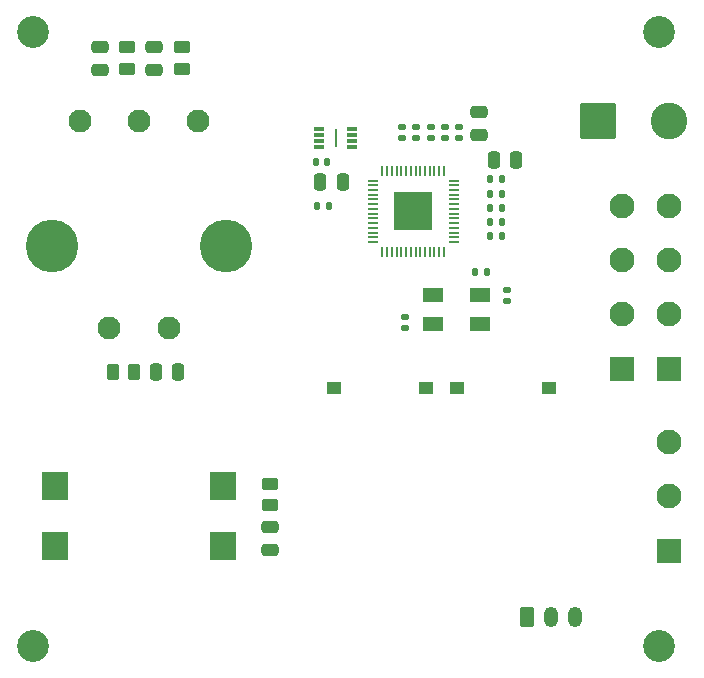
<source format=gts>
G04 #@! TF.GenerationSoftware,KiCad,Pcbnew,8.0.6*
G04 #@! TF.CreationDate,2025-04-03T21:30:13+02:00*
G04 #@! TF.ProjectId,UV-Controller,55562d43-6f6e-4747-926f-6c6c65722e6b,v2.0*
G04 #@! TF.SameCoordinates,Original*
G04 #@! TF.FileFunction,Soldermask,Top*
G04 #@! TF.FilePolarity,Negative*
%FSLAX46Y46*%
G04 Gerber Fmt 4.6, Leading zero omitted, Abs format (unit mm)*
G04 Created by KiCad (PCBNEW 8.0.6) date 2025-04-03 21:30:13*
%MOMM*%
%LPD*%
G01*
G04 APERTURE LIST*
G04 Aperture macros list*
%AMRoundRect*
0 Rectangle with rounded corners*
0 $1 Rounding radius*
0 $2 $3 $4 $5 $6 $7 $8 $9 X,Y pos of 4 corners*
0 Add a 4 corners polygon primitive as box body*
4,1,4,$2,$3,$4,$5,$6,$7,$8,$9,$2,$3,0*
0 Add four circle primitives for the rounded corners*
1,1,$1+$1,$2,$3*
1,1,$1+$1,$4,$5*
1,1,$1+$1,$6,$7*
1,1,$1+$1,$8,$9*
0 Add four rect primitives between the rounded corners*
20,1,$1+$1,$2,$3,$4,$5,0*
20,1,$1+$1,$4,$5,$6,$7,0*
20,1,$1+$1,$6,$7,$8,$9,0*
20,1,$1+$1,$8,$9,$2,$3,0*%
G04 Aperture macros list end*
%ADD10RoundRect,0.250000X-0.250000X-0.475000X0.250000X-0.475000X0.250000X0.475000X-0.250000X0.475000X0*%
%ADD11R,1.800000X1.200000*%
%ADD12R,0.900000X0.300000*%
%ADD13R,0.250000X1.650000*%
%ADD14RoundRect,0.249999X-1.300001X-1.300001X1.300001X-1.300001X1.300001X1.300001X-1.300001X1.300001X0*%
%ADD15C,3.100000*%
%ADD16C,2.700000*%
%ADD17RoundRect,0.250001X0.799999X-0.799999X0.799999X0.799999X-0.799999X0.799999X-0.799999X-0.799999X0*%
%ADD18C,2.100000*%
%ADD19C,1.950000*%
%ADD20C,4.460000*%
%ADD21RoundRect,0.250000X-0.350000X-0.625000X0.350000X-0.625000X0.350000X0.625000X-0.350000X0.625000X0*%
%ADD22O,1.200000X1.750000*%
%ADD23RoundRect,0.250000X-0.450000X0.262500X-0.450000X-0.262500X0.450000X-0.262500X0.450000X0.262500X0*%
%ADD24RoundRect,0.135000X-0.135000X-0.185000X0.135000X-0.185000X0.135000X0.185000X-0.135000X0.185000X0*%
%ADD25RoundRect,0.250000X-0.262500X-0.450000X0.262500X-0.450000X0.262500X0.450000X-0.262500X0.450000X0*%
%ADD26RoundRect,0.140000X-0.140000X-0.170000X0.140000X-0.170000X0.140000X0.170000X-0.140000X0.170000X0*%
%ADD27RoundRect,0.250000X-0.475000X0.250000X-0.475000X-0.250000X0.475000X-0.250000X0.475000X0.250000X0*%
%ADD28RoundRect,0.140000X-0.170000X0.140000X-0.170000X-0.140000X0.170000X-0.140000X0.170000X0.140000X0*%
%ADD29RoundRect,0.250000X0.475000X-0.250000X0.475000X0.250000X-0.475000X0.250000X-0.475000X-0.250000X0*%
%ADD30R,2.300000X2.400000*%
%ADD31RoundRect,0.050000X-0.387500X-0.050000X0.387500X-0.050000X0.387500X0.050000X-0.387500X0.050000X0*%
%ADD32RoundRect,0.050000X-0.050000X-0.387500X0.050000X-0.387500X0.050000X0.387500X-0.050000X0.387500X0*%
%ADD33R,3.200000X3.200000*%
%ADD34RoundRect,0.140000X0.170000X-0.140000X0.170000X0.140000X-0.170000X0.140000X-0.170000X-0.140000X0*%
%ADD35RoundRect,0.135000X0.135000X0.185000X-0.135000X0.185000X-0.135000X-0.185000X0.135000X-0.185000X0*%
%ADD36R,1.250000X1.000000*%
G04 APERTURE END LIST*
D10*
X160162500Y-84375000D03*
X162062500Y-84375000D03*
D11*
X155000000Y-98200000D03*
X159000000Y-98200000D03*
X159000000Y-95800000D03*
X155000000Y-95800000D03*
D12*
X148162500Y-83225000D03*
X148162500Y-82725000D03*
X148162500Y-82225000D03*
X148162500Y-81725000D03*
X145362500Y-81725000D03*
X145362500Y-82225000D03*
X145362500Y-82725000D03*
X145362500Y-83225000D03*
D13*
X146762500Y-82475000D03*
D14*
X169000000Y-81000000D03*
D15*
X175000000Y-81000000D03*
D16*
X174112500Y-125475000D03*
D17*
X175000000Y-117400000D03*
D18*
X175000000Y-112800000D03*
X175000000Y-108200000D03*
D19*
X135112500Y-81075000D03*
X130112500Y-81075000D03*
X125112500Y-81075000D03*
X132612500Y-98575000D03*
X127612500Y-98575000D03*
D20*
X137512500Y-91575000D03*
X122712500Y-91575000D03*
D17*
X171000000Y-102000000D03*
D18*
X171000000Y-97400000D03*
X171000000Y-92800000D03*
X171000000Y-88200000D03*
D16*
X121112500Y-125475000D03*
D21*
X163000000Y-123000000D03*
D22*
X165000000Y-123000000D03*
X167000000Y-123000000D03*
D17*
X175000000Y-102000000D03*
D18*
X175000000Y-97400000D03*
X175000000Y-92800000D03*
X175000000Y-88200000D03*
D23*
X129112500Y-74775000D03*
X129112500Y-76600000D03*
D24*
X158580000Y-93800000D03*
X159600000Y-93800000D03*
D25*
X127887500Y-102275000D03*
X129712500Y-102275000D03*
D10*
X145462500Y-86175000D03*
X147362500Y-86175000D03*
D26*
X159862500Y-89575000D03*
X160822500Y-89575000D03*
D27*
X141212500Y-115425000D03*
X141212500Y-117325000D03*
D28*
X152600000Y-97640000D03*
X152600000Y-98600000D03*
D26*
X145102500Y-84475000D03*
X146062500Y-84475000D03*
D16*
X121112500Y-73475000D03*
D29*
X126812500Y-76675000D03*
X126812500Y-74775000D03*
D26*
X159862500Y-85975000D03*
X160822500Y-85975000D03*
X159862500Y-90775000D03*
X160822500Y-90775000D03*
D30*
X137262500Y-116975000D03*
X122962500Y-116975000D03*
X137262500Y-111975000D03*
X122962500Y-111975000D03*
D16*
X174112500Y-73475000D03*
D31*
X149887500Y-86075000D03*
X149887500Y-86475000D03*
X149887500Y-86875000D03*
X149887500Y-87275000D03*
X149887500Y-87675000D03*
X149887500Y-88075000D03*
X149887500Y-88475000D03*
X149887500Y-88875000D03*
X149887500Y-89275000D03*
X149887500Y-89675000D03*
X149887500Y-90075000D03*
X149887500Y-90475000D03*
X149887500Y-90875000D03*
X149887500Y-91275000D03*
D32*
X150725000Y-92112500D03*
X151125000Y-92112500D03*
X151525000Y-92112500D03*
X151925000Y-92112500D03*
X152325000Y-92112500D03*
X152725000Y-92112500D03*
X153125000Y-92112500D03*
X153525000Y-92112500D03*
X153925000Y-92112500D03*
X154325000Y-92112500D03*
X154725000Y-92112500D03*
X155125000Y-92112500D03*
X155525000Y-92112500D03*
X155925000Y-92112500D03*
D31*
X156762500Y-91275000D03*
X156762500Y-90875000D03*
X156762500Y-90475000D03*
X156762500Y-90075000D03*
X156762500Y-89675000D03*
X156762500Y-89275000D03*
X156762500Y-88875000D03*
X156762500Y-88475000D03*
X156762500Y-88075000D03*
X156762500Y-87675000D03*
X156762500Y-87275000D03*
X156762500Y-86875000D03*
X156762500Y-86475000D03*
X156762500Y-86075000D03*
D32*
X155925000Y-85237500D03*
X155525000Y-85237500D03*
X155125000Y-85237500D03*
X154725000Y-85237500D03*
X154325000Y-85237500D03*
X153925000Y-85237500D03*
X153525000Y-85237500D03*
X153125000Y-85237500D03*
X152725000Y-85237500D03*
X152325000Y-85237500D03*
X151925000Y-85237500D03*
X151525000Y-85237500D03*
X151125000Y-85237500D03*
X150725000Y-85237500D03*
D33*
X153325000Y-88675000D03*
D23*
X141212500Y-111750000D03*
X141212500Y-113575000D03*
D29*
X131412500Y-76675000D03*
X131412500Y-74775000D03*
D34*
X153562500Y-82500000D03*
X153562500Y-81540000D03*
D29*
X158900000Y-82200000D03*
X158900000Y-80300000D03*
D10*
X131512500Y-102275000D03*
X133412500Y-102275000D03*
D35*
X146162500Y-88200000D03*
X145142500Y-88200000D03*
D34*
X154800000Y-82500000D03*
X154800000Y-81540000D03*
D23*
X133712500Y-74775000D03*
X133712500Y-76600000D03*
D26*
X159862500Y-88375000D03*
X160822500Y-88375000D03*
D36*
X164800000Y-103600000D03*
X157050000Y-103600000D03*
X146650000Y-103600000D03*
X154400000Y-103600000D03*
D34*
X152362500Y-82500000D03*
X152362500Y-81540000D03*
X156000000Y-82500000D03*
X156000000Y-81540000D03*
X157200000Y-82500000D03*
X157200000Y-81540000D03*
X161300000Y-96300000D03*
X161300000Y-95340000D03*
D26*
X159862500Y-87175000D03*
X160822500Y-87175000D03*
M02*

</source>
